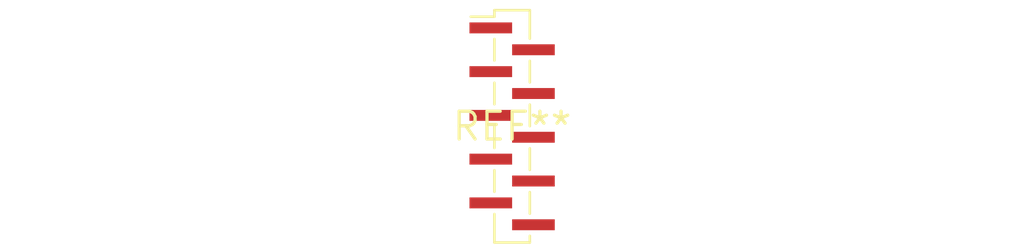
<source format=kicad_pcb>
(kicad_pcb (version 20240108) (generator pcbnew)
  (layers (0 "F.Cu" signal) (31 "B.Cu" signal) (34 "B.Paste" user) (35 "F.Paste" user) (36 "B.SilkS" user "B.Silkscreen") (37 "F.SilkS" user "F.Silkscreen") (38 "B.Mask" user) (39 "F.Mask" user) (44 "Edge.Cuts" user))
  (net 0 "")
  (footprint "PinSocket_1x10_P1.00mm_Vertical_SMD_Pin1Left" (layer "F.Cu") (at 0 0)
    (property "Reference" "REF**")
    (property "Value" "PinSocket_1x10_P1.00mm_Vertical_SMD_Pin1Left")
    (fp_line (start -1.89 -5.01) (end -0.81 -5.01) (layer "F.SilkS") (stroke (width 0.12)))
    (fp_line (start -0.81 -5.31) (end -0.81 -5.01) (layer "F.SilkS") (stroke (width 0.12)))
    (fp_line (start -0.81 -5.31) (end 0.81 -5.31) (layer "F.SilkS") (stroke (width 0.12)))
    (fp_line (start -0.81 -3.99) (end -0.81 -3.01) (layer "F.SilkS") (stroke (width 0.12)))
    (fp_line (start -0.81 -1.99) (end -0.81 -1.01) (layer "F.SilkS") (stroke (width 0.12)))
    (fp_line (start -0.81 0.01) (end -0.81 0.99) (layer "F.SilkS") (stroke (width 0.12)))
    (fp_line (start -0.81 2.01) (end -0.81 2.99) (layer "F.SilkS") (stroke (width 0.12)))
    (fp_line (start -0.81 4.01) (end -0.81 5.31) (layer "F.SilkS") (stroke (width 0.12)))
    (fp_line (start -0.81 5.31) (end 0.81 5.31) (layer "F.SilkS") (stroke (width 0.12)))
    (fp_line (start 0.81 -5.31) (end 0.81 -4.01) (layer "F.SilkS") (stroke (width 0.12)))
    (fp_line (start 0.81 -2.99) (end 0.81 -2.01) (layer "F.SilkS") (stroke (width 0.12)))
    (fp_line (start 0.81 -0.99) (end 0.81 -0.01) (layer "F.SilkS") (stroke (width 0.12)))
    (fp_line (start 0.81 1.01) (end 0.81 1.99) (layer "F.SilkS") (stroke (width 0.12)))
    (fp_line (start 0.81 3.01) (end 0.81 3.99) (layer "F.SilkS") (stroke (width 0.12)))
    (fp_line (start 0.81 5.01) (end 0.81 5.31) (layer "F.SilkS") (stroke (width 0.12)))
    (pad "1" smd rect (at -0.975 -4.5) (size 1.95 0.5) (layers "F.Cu" "F.Paste" "F.Mask"))
    (pad "2" smd rect (at 0.975 -3.5) (size 1.95 0.5) (layers "F.Cu" "F.Paste" "F.Mask"))
    (pad "3" smd rect (at -0.975 -2.5) (size 1.95 0.5) (layers "F.Cu" "F.Paste" "F.Mask"))
    (pad "4" smd rect (at 0.975 -1.5) (size 1.95 0.5) (layers "F.Cu" "F.Paste" "F.Mask"))
    (pad "5" smd rect (at -0.975 -0.5) (size 1.95 0.5) (layers "F.Cu" "F.Paste" "F.Mask"))
    (pad "6" smd rect (at 0.975 0.5) (size 1.95 0.5) (layers "F.Cu" "F.Paste" "F.Mask"))
    (pad "7" smd rect (at -0.975 1.5) (size 1.95 0.5) (layers "F.Cu" "F.Paste" "F.Mask"))
    (pad "8" smd rect (at 0.975 2.5) (size 1.95 0.5) (layers "F.Cu" "F.Paste" "F.Mask"))
    (pad "9" smd rect (at -0.975 3.5) (size 1.95 0.5) (layers "F.Cu" "F.Paste" "F.Mask"))
    (pad "10" smd rect (at 0.975 4.5) (size 1.95 0.5) (layers "F.Cu" "F.Paste" "F.Mask"))
  )
)
</source>
